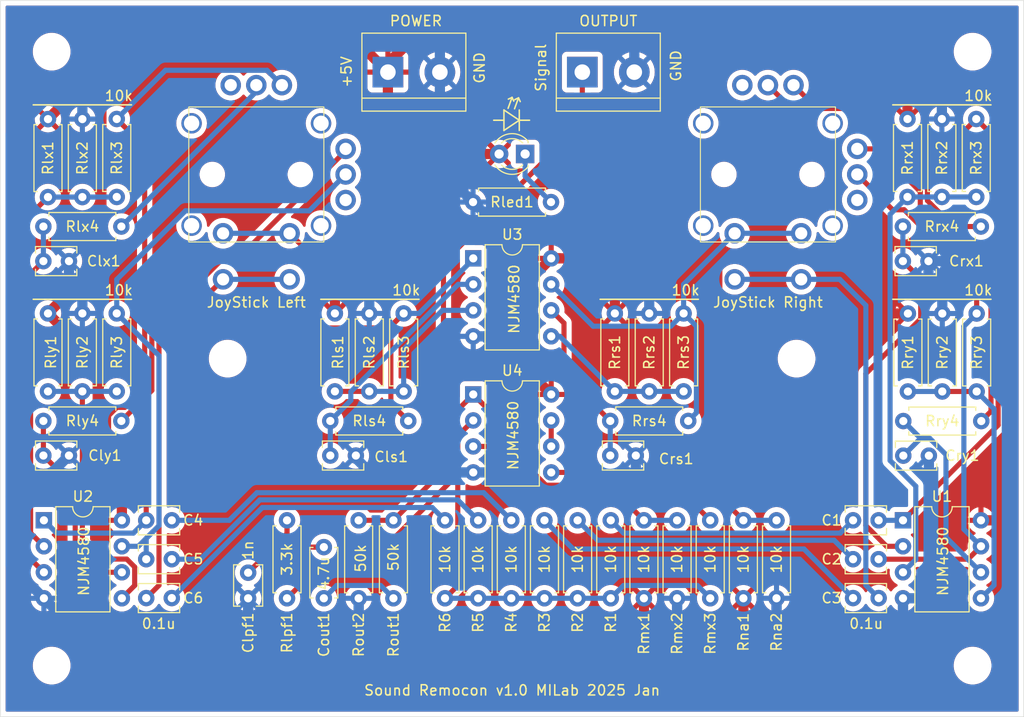
<source format=kicad_pcb>
(kicad_pcb (version 20240108) (generator "pcbnew") (generator_version "8.0")
  (layers (0 "F.Cu" signal) (31 "B.Cu" signal) (34 "B.Paste" user) (35 "F.Paste" user) (36 "B.SilkS" user "B.Silkscreen") (37 "F.SilkS" user "F.Silkscreen") (38 "B.Mask" user) (39 "F.Mask" user) (44 "Edge.Cuts" user))
  (net 0 "")
  (net 1 "GND")
  (net 2 "Net-(U3A--)")
  (net 3 "Net-(U2A--)")
  (net 4 "Net-(U2B--)")
  (net 5 "Net-(U3B--)")
  (net 6 "Net-(U1A--)")
  (net 7 "Net-(U1B--)")
  (net 8 "+5V")
  (net 9 "Output_r_sw_ac")
  (net 10 "Net-(JoyStick_left1-Rx2)")
  (net 11 "Output_l_sw_ac")
  (net 13 "Output_lx")
  (net 15 "Net-(U4A--)")
  (net 16 "Net-(JoyStick_left1-Ry3)")
  (net 17 "Output_ly")
  (net 18 "Net-(C1-Pad2)")
  (net 19 "Output_rx")
  (net 20 "Net-(JoyStick_right1-Rx2)")
  (net 22 "Net-(JoyStick_right1-Ry3)")
  (net 24 "Output_ry")
  (net 25 "Net-(U4B-+)")
  (net 26 "output")
  (net 27 "Net-(Rlpf1-Pad1)")
  (net 28 "Net-(C2-Pad2)")
  (net 29 "Net-(U3A-+)")
  (net 30 "Output_ls")
  (net 31 "Net-(U2A-+)")
  (net 32 "Net-(U2B-+)")
  (net 33 "Net-(U3B-+)")
  (net 34 "Output_rs")
  (net 35 "Net-(U1A-+)")
  (net 36 "Net-(U1B-+)")
  (net 37 "Net-(C3-Pad2)")
  (net 38 "Net-(C4-Pad2)")
  (net 39 "Net-(C5-Pad2)")
  (net 40 "Net-(C6-Pad2)")
  (net 41 "Net-(Cout1-Pad2)")
  (net 42 "Net-(U4A-+)")
  (net 43 "Net-(U4B--)")
  (net 44 "Net-(Clpf1-Pad1)")
  (net 45 "Net-(LED1-K)")
  (footprint "Resistor_THT:R_Axial_DIN0207_L6.3mm_D2.5mm_P7.62mm_Horizontal" (layer "F.Cu") (at 28 39.21 90)
    (property "Reference" "Rlx2")
    (property "Value" "10k")
  )
  (footprint "Capacitor_THT:C_Disc_D3.8mm_W2.6mm_P2.50mm" (layer "F.Cu") (at 79.59 64.47)
    (property "Reference" "Crs1")
    (property "Value" "C")
  )
  (footprint "Resistor_THT:R_Axial_DIN0207_L6.3mm_D2.5mm_P7.62mm_Horizontal" (layer "F.Cu") (at 73.8 39.7 180)
    (property "Reference" "Rled1")
    (property "Value" "R")
  )
  (footprint "Resistor_THT:R_Axial_DIN0207_L6.3mm_D2.5mm_P7.62mm_Horizontal" (layer "F.Cu") (at 115.36 39.2 90)
    (property "Reference" "Rrx3")
    (property "Value" "10k" (hide yes))
  )
  (footprint "Resistor_THT:R_Axial_DIN0207_L6.3mm_D2.5mm_P7.62mm_Horizontal" (layer "F.Cu") (at 55 70.8 -90)
    (property "Reference" "Rout2")
    (property "Value" "50k")
  )
  (footprint "Resistor_THT:R_Axial_DIN0207_L6.3mm_D2.5mm_P7.62mm_Horizontal" (layer "F.Cu") (at 115.4 58.21 90)
    (property "Reference" "Rry3")
    (property "Value" "10k" (hide yes))
  )
  (footprint "Resistor_THT:R_Axial_DIN0207_L6.3mm_D2.5mm_P7.62mm_Horizontal" (layer "F.Cu") (at 95.84 70.8 -90)
    (property "Reference" "Rna2")
    (property "Value" "10k")
  )
  (footprint "Capacitor_THT:C_Disc_D3.8mm_W2.6mm_P2.50mm" (layer "F.Cu") (at 105.82 70.8 180)
    (property "Reference" "C1")
    (property "Value" "0.1u")
  )
  (footprint "Resistor_THT:R_Axial_DIN0207_L6.3mm_D2.5mm_P7.62mm_Horizontal" (layer "F.Cu") (at 86.76 58.2 90)
    (property "Reference" "Rrs3")
    (property "Value" "10k" (hide yes))
  )
  (footprint "Resistor_THT:R_Axial_DIN0207_L6.3mm_D2.5mm_P7.62mm_Horizontal" (layer "F.Cu") (at 28 58.2 90)
    (property "Reference" "Rly2")
    (property "Value" "10k")
  )
  (footprint "Resistor_THT:R_Axial_DIN0207_L6.3mm_D2.5mm_P7.62mm_Horizontal" (layer "F.Cu") (at 108.64 31.58 -90)
    (property "Reference" "Rrx1")
    (property "Value" "10k")
  )
  (footprint "Capacitor_THT:C_Disc_D3.8mm_W2.6mm_P2.50mm" (layer "F.Cu") (at 108.23 64.48)
    (property "Reference" "Cry1")
    (property "Value" "C")
  )
  (footprint "Resistor_THT:R_Axial_DIN0207_L6.3mm_D2.5mm_P7.62mm_Horizontal" (layer "F.Cu") (at 83.4 58.2 90)
    (property "Reference" "Rrs2")
    (property "Value" "10k")
  )
  (footprint "MountingHole:MountingHole_3.2mm_M3" (layer "F.Cu") (at 115 25)
    (property "Reference" "REF**" (hide yes))
    (property "Value" "3.2mm_M3")
  )
  (footprint "Capacitor_THT:C_Disc_D3.8mm_W2.6mm_P2.50mm" (layer "F.Cu") (at 52.23 64.47)
    (property "Reference" "Cls1")
    (property "Value" "C")
  )
  (footprint "Resistor_THT:R_Axial_DIN0207_L6.3mm_D2.5mm_P7.62mm_Horizontal" (layer "F.Cu") (at 79.59 61.09)
    (property "Reference" "Rrs4")
    (property "Value" "~")
  )
  (footprint "Capacitor_THT:C_Disc_D3.8mm_W2.6mm_P2.50mm" (layer "F.Cu") (at 34.24 70.8)
    (property "Reference" "C4")
    (property "Value" "0.1u")
  )
  (footprint "Capacitor_THT:C_Disc_D3.8mm_W2.6mm_P2.50mm" (layer "F.Cu") (at 105.82 74.6 180)
    (property "Reference" "C2")
    (property "Value" "0.1u")
  )
  (footprint "Resistor_THT:R_Axial_DIN0207_L6.3mm_D2.5mm_P7.62mm_Horizontal" (layer "F.Cu") (at 24.64 50.58 -90)
    (property "Reference" "Rly1")
    (property "Value" "10k")
  )
  (footprint "Package_DIP:DIP-8_W7.62mm" (layer "F.Cu") (at 66.2 45.2)
    (property "Reference" "U3")
    (property "Value" "NJM4580")
  )
  (footprint "Resistor_THT:R_Axial_DIN0207_L6.3mm_D2.5mm_P7.62mm_Horizontal" (layer "F.Cu") (at 108.68 50.59 -90)
    (property "Reference" "Rry1")
    (property "Value" "10k")
  )
  (footprint "Package_DIP:DIP-8_W7.62mm" (layer "F.Cu") (at 66.2 58.5)
    (property "Reference" "U4")
    (property "Value" "NJM4580")
  )
  (footprint "Capacitor_THT:C_Disc_D3.8mm_W2.6mm_P2.50mm" (layer "F.Cu") (at 105.82 78.4 180)
    (property "Reference" "C3")
    (property "Value" "0.1u")
  )
  (footprint "Package_DIP:DIP-8_W7.62mm" (layer "F.Cu") (at 108.2 70.8)
    (property "Reference" "U1")
    (property "Value" "NJM4580")
  )
  (footprint "Resistor_THT:R_Axial_DIN0207_L6.3mm_D2.5mm_P7.62mm_Horizontal" (layer "F.Cu") (at 48 78.42 90)
    (property "Reference" "Rlpf1")
    (property "Value" "3.3k")
  )
  (footprint "MountingHole:MountingHole_3.2mm_M3" (layer "F.Cu") (at 42.2 55)
    (property "Reference" "REF**" (hide yes))
    (property "Value" "3.2mm_M3")
  )
  (footprint "Capacitor_THT:C_Disc_D3.8mm_W2.6mm_P2.50mm" (layer "F.Cu") (at 24.19 64.47)
    (property "Reference" "Cly1")
    (property "Value" "C")
  )
  (footprint "Resistor_THT:R_Axial_DIN0207_L6.3mm_D2.5mm_P7.62mm_Horizontal" (layer "F.Cu") (at 82.88 78.42 90)
    (property "Reference" "Rmx1")
    (property "Value" "10k")
  )
  (footprint "Resistor_THT:R_Axial_DIN0207_L6.3mm_D2.5mm_P7.62mm_Horizontal" (layer "F.Cu") (at 80.04 50.58 -90)
    (property "Reference" "Rrs1")
    (property "Value" "10k")
  )
  (footprint "MountingHole:MountingHole_3.2mm_M3" (layer "F.Cu") (at 25 25)
    (property "Reference" "REF**" (hide yes))
    (property "Value" "3.2mm_M3")
  )
  (footprint "Capacitor_THT:C_Disc_D3.8mm_W2.6mm_P2.50mm" (layer "F.Cu") (at 44.2 75.92 -90)
    (property "Reference" "Clpf1")
    (property "Value" "1n")
  )
  (footprint "MountingHole:MountingHole_3.2mm_M3" (layer "F.Cu") (at 97.8 55)
    (property "Reference" "REF**" (hide yes))
    (property "Value" "3.2mm_M3")
  )
  (footprint "Capacitor_THT:C_Disc_D3.8mm_W2.6mm_P2.50mm" (layer "F.Cu") (at 24.19 45.47)
    (property "Reference" "Clx1")
    (property "Value" "C")
  )
  (footprint "Capacitor_THT:C_Disc_D3.8mm_W2.6mm_P2.50mm" (layer "F.Cu") (at 34.24 78.4)
    (property "Reference" "C6")
    (property "Value" "0.1u")
  )
  (footprint "Resistor_THT:R_Axial_DIN0207_L6.3mm_D2.5mm_P7.62mm_Horizontal" (layer "F.Cu") (at 56.04 58.2 90)
    (property "Reference" "Rls2")
    (property "Value" "10k")
  )
  (footprint "Resistor_THT:R_Axial_DIN0207_L6.3mm_D2.5mm_P7.62mm_Horizontal" (layer "F.Cu") (at 24.19 42.09)
    (property "Reference" "Rlx4")
    (property "Value" "~")
  )
  (footprint "Resistor_THT:R_Axial_DIN0207_L6.3mm_D2.5mm_P7.62mm_Horizontal" (layer "F.Cu") (at 52.23 61.09)
    (property "Reference" "Rls4")
    (property "Value" "~")
  )
  (footprint "Resistor_THT:R_Axial_DIN0207_L6.3mm_D2.5mm_P7.62mm_Horizontal" (layer "F.Cu") (at 66.68 70.8 -90)
    (property "Reference" "R5")
    (property "Value" "10k")
  )
  (footprint "myjoystick:RKJXV122400R" (layer "F.Cu") (at 45 37)
    (property "Reference" "JoyStick Left")
    (property "Value" "RKJXV122400R")
  )
  (footprint "Resistor_THT:R_Axial_DIN0207_L6.3mm_D2.5mm_P7.62mm_Horizontal" (layer "F.Cu") (at 92.6 78.42 90)
    (property "Reference" "Rna1")
    (property "Value" "10k")
  )
  (footprint "TerminalBlock:TerminalBlock_bornier-2_P5.08mm" (layer "F.Cu") (at 76.86 27)
    (property "Reference" "J2" (hide yes))
    (property "Value" "OUTPUT")
  )
  (footprint "Resistor_THT:R_Axial_DIN0207_L6.3mm_D2.5mm_P7.62mm_Horizontal" (layer "F.Cu") (at 79.64 70.8 -90)
    (property "Reference" "R1")
    (property "Value" "10k")
  )
  (footprint "Resistor_THT:R_Axial_DIN0207_L6.3mm_D2.5mm_P7.62mm_Horizontal" (layer "F.Cu") (at 108.19 42.09)
    (property "Reference" "Rrx4")
    (property "Value" "~")
  )
  (footprint "Resistor_THT:R_Axial_DIN0207_L6.3mm_D2.5mm_P7.62mm_Horizontal" (layer "F.Cu") (at 58.4 78.42 90)
    (property "Reference" "Rout1")
    (property "Value" "50k")
  )
  (footprint "Resistor_THT:R_Axial_DIN0207_L6.3mm_D2.5mm_P7.62mm_Horizontal" (layer "F.Cu") (at 73.16 70.8 -90)
    (property "Reference" "R3")
    (property "Value" "10k")
  )
  (footprint "Resistor_THT:R_Axial_DIN0207_L6.3mm_D2.5mm_P7.62mm_Horizontal" (layer "F.Cu") (at 31.36 58.2 90)
    (property "Reference" "Rly3")
    (property "Value" "10k" (hide yes))
  )
  (footprint "Resistor_THT:R_Axial_DIN0207_L6.3mm_D2.5mm_P7.62mm_Horizontal" (layer "F.Cu") (at 63.44 70.8 -90)
    (property "Reference" "R6")
    (property "Value" "10k")
  )
  (footprint "Resistor_THT:R_Axial_DIN0207_L6.3mm_D2.5mm_P7.62mm_Horizontal" (layer "F.Cu") (at 108.23 61.1)
    (property "Reference" "Rry4")
    (property "Value" "~")
  )
  (footprint "Resistor_THT:R_Axial_DIN0207_L6.3mm_D2.5mm_P7.62mm_Horizontal" (layer "F.Cu") (at 89.36 70.8 -90)
    (property "Reference" "Rmx3")
    (property "Value" "10k")
  )
  (footprint "Package_DIP:DIP-8_W7.62mm" (layer "F.Cu") (at 24.24 70.8)
    (property "Reference" "U2")
    (property "Value" "NJM4580")
  )
  (footprint "TerminalBlock:TerminalBlock_bornier-2_P5.08mm" (layer "F.Cu") (at 57.86 27)
    (property "Reference" "J1" (hide yes))
    (property "Value" "POWER")
  )
  (footprint "MountingHole:MountingHole_3.2mm_M3" (layer "F.Cu") (at 25 85)
    (property "Reference" "REF**" (hide yes))
    (property "Value" "3.2mm_M3")
  )
  (footprint "Resistor_THT:R_Axial_DIN0207_L6.3mm_D2.5mm_P7.62mm_Horizontal" (layer "F.Cu") (at 112 39.2 90)
    (property "Reference" "Rrx2")
    (property "Value" "10k")
  )
  (footprint "Capacitor_THT:C_Disc_D3.8mm_W2.6mm_P2.50mm" (layer "F.Cu") (at 108.19 45.47)
    (property "Reference" "Crx1")
    (property "Value" "C")
  )
  (footprint "Resistor_THT:R_Axial_DIN0207_L6.3mm_D2.5mm_P7.62mm_Horizontal" (layer "F.Cu") (at 31.36 39.2 90)
    (property "Reference" "Rlx3")
    (property "Value" "10k" (hide yes))
  )
  (footprint "myjoystick:RKJXV122400R" (layer "F.Cu") (at 95 37)
    (property "Reference" "JoyStick Right")
    (property "Value" "RKJXV122400R")
  )
  (footprint "Capacitor_THT:C_Disc_D3.8mm_W2.6mm_P2.50mm" (layer "F.Cu") (at 34.24 74.6)
    (property "Reference" "C5")
    (property "Value" "0.1u")
  )
  (footprint "MountingHole:MountingHole_3.2mm_M3" (layer "F.Cu") (at 115 85)
    (property "Reference" "REF**" (hide yes))
    (property "Value" "3.2mm_M3")
  )
  (footprint "Resistor_THT:R_Axial_DIN0207_L6.3mm_D2.5mm_P7.62mm_Horizontal" (layer "F.Cu") (at 86.12 70.8 -90)
    (property "Reference" "Rmx2")
    (property "Value" "10k")
  )
  (footprint "LED_THT:LED_D3.0mm" (layer "F.Cu") (at 71.27 35 180)
    (property "Reference" "LED1" (hide yes))
    (property "Value" "LED")
  )
  (footprint "Resistor_THT:R_Axial_DIN0207_L6.3mm_D2.5mm_P7.62mm_Horizontal" (layer "F.Cu") (at 76.4 70.8 -90)
    (property "Reference" "R2")
    (property "Value" "10k")
  )
  (footprint "Resistor_THT:R_Axial_DIN0207_L6.3mm_D2.5mm_P7.62mm_Horizontal" (layer "F.Cu") (at 24.19 61.09)
    (property "Reference" "Rly4")
    (property "Value" "~")
  )
  (footprint "Resistor_THT:R_Axial_DIN0207_L6.3mm_D2.5mm_P7.62mm_Horizontal" (layer "F.Cu") (at 24.64 31.59 -90)
    (property "Reference" "Rlx1")
    (property "Value" "10k")
  )
  (footprint "Resistor_THT:R_Axial_DIN0207_L6.3mm_D2.5mm_P7.62mm_Horizontal" (layer "F.Cu") (at 59.4 58.2 90)
    (property "Reference" "Rls3")
    (property "Value" "10k" (hide yes))
  )
  (footprint "Resistor_THT:R_Axial_DIN0207_L6.3mm_D2.5mm_P7.62mm_Horizontal" (layer "F.Cu") (at 69.92 70.8 -90)
    (property "Reference" "R4")
    (property "Value" "10k")
  )
  (footprint "Capacitor_THT:C_Disc_D4.7mm_W2.5mm_P5.00mm" (layer "F.Cu") (at 51.6 73.42 -90)
    (property "Reference" "Cout1")
    (property "Value" "4.7u")
  )
  (footprint "Resistor_THT:R_Axial_DIN0207_L6.3mm_D2.5mm_P7.62mm_Horizontal" (layer "F.Cu") (at 52.68 50.58 -90)
    (property "Reference" "Rls1")
    (property "Value" "10k")
  )
  (footprint "Resistor_THT:R_Axial_DIN0207_L6.3mm_D2.5mm_P7.62mm_Horizontal" (layer "F.Cu") (at 112.04 58.21 90)
    (property "Reference" "Rry2")
    (property "Value" "10k")
  )
  (gr_line (start 51.3 49.2) (end 60.9 49.2) (stroke (width 0.15)) (layer "F.SilkS"))
  (gr_line (start 70.261906 29.683941) (end 70.624429 29.514894) (stroke (width 0.15)) (layer "F.SilkS"))
  (gr_line (start 69.2 31.7) (end 68.2 31.7) (stroke (width 0.15)) (layer "F.SilkS"))
  (gr_line (start 107.2 49.2) (end 116.8 49.2) (stroke (width 0.15)) (layer "F.SilkS"))
  (gr_line (start 70.7 30.7) (end 70.7 32.7) (stroke (width 0.15)) (layer "F.SilkS"))
  (gr_line (start 69.993476 29.468429) (end 70.162523 29.830953) (stroke (width 0.15)) (layer "F.SilkS"))
  (gr_line (start 70.237477 30.578035) (end 70.624429 29.514894) (stroke (width 0.15)) (layer "F.SilkS"))
  (gr_line (start 70.624429 29.514894) (end 70.793476 29.877418) (stroke (width 0.15)) (layer "F.SilkS"))
  (gr_line (start 107.2 30.2) (end 116.8 30.2) (stroke (width 0.15)) (layer "F.SilkS"))
  (gr_line (start 78.6 49.2) (end 88.2 49.2) (stroke (width 0.15)) (layer "F.SilkS"))
  (gr_line (start 69.630953 29.637476) (end 69.993476 29.468429) (stroke (width 0.15)) (layer "F.SilkS"))
  (gr_line (start 23.2 49.2) (end 32.8 49.2) (stroke (width 0.15)) (layer "F.SilkS"))
  (gr_line (start 70.7 31.7) (end 69.2 30.7) (stroke (width 0.15)) (layer "F.SilkS"))
  (gr_line (start 70.7 31.7) (end 71.7 31.7) (stroke (width 0.15)) (layer "F.SilkS"))
  (gr_line (start 69.2 32.7) (end 70.7 31.7) (stroke (width 0.15)) (layer "F.SilkS"))
  (gr_line (start 23.2 30.2) (end 32.8 30.2) (stroke (width 0.15)) (layer "F.SilkS"))
  (gr_line (start 69.2 30.7) (end 69.2 32.7) (stroke (width 0.15)) (layer "F.SilkS"))
  (gr_line (start 69.606524 30.53157) (end 69.993476 29.468429) (stroke (width 0.15)) (layer "F.SilkS"))
  (gr_rect (start 20 20) (end 120 90) (stroke (width 0.05)) (fill none) (layer "Edge.Cuts"))
  (gr_text "Sound Remocon v1.0 MILab 2025 Jan" (at 70 88 0) (layer "F.SilkS") (effects (font (size 1 1)) (justify bottom)))
  (gr_text "GND" (at 67.4 28.2 90) (layer "F.SilkS") (effects (font (size 1 1)) (justify left bottom)))
  (gr_text "10k" (at 30.1 29.9 0) (layer "F.SilkS") (effects (font (size 1 1)) (justify left bottom)))
  (gr_text "10k" (at 58.2 48.9 0) (layer "F.SilkS") (effects (font (size 1 1)) (justify left bottom)))
  (gr_text "10k" (at 30.1 48.9 0) (layer "F.SilkS") (effects (font (size 1 1)) (justify left bottom)))
  (gr_text "Signal" (at 73.4 29 90) (layer "F.SilkS") (effects (font (size 1 1)) (justify left bottom)))
  (gr_text "+5V" (at 54.4 28.6 90) (layer "F.SilkS") (effects (font (size 1 1)) (justify left bottom)))
  (gr_text "GND" (at 86.6 28 90) (layer "F.SilkS") (effects (font (size 1 1)) (justify left bottom)))
  (gr_text "10k" (at 114.1 48.9 0) (layer "F.SilkS") (effects (font (size 1 1)) (justify left bottom)))
  (gr_text "10k" (at 114.1 29.9 0) (layer "F.SilkS") (effects (font (size 1 1)) (justify left bottom)))
  (gr_text "10k" (at 85.5 48.9 0) (layer "F.SilkS") (effects (font (size 1 1)) (justify left bottom)))
  (segment (start 44.2 78.42) (end 44.2 86.8) (width 1) (layer "B.Cu") (net 1))
  (segment (start 44.2 78.42) (end 44.2 81.2) (width 1) (layer "B.Cu") (net 1))
  (segment (start 110.73 64.48) (end 110.73 77.27) (width 1) (layer "B.Cu") (net 1))
  (segment (start 22.31 47.69) (end 21 49) (width 1) (layer "B.Cu") (net 1))
  (segment (start 86.12 82.12) (end 86.12 78.42) (width 1) (layer "B.Cu") (net 1))
  (segment (start 26.69 45.47) (end 26.69 47.69) (width 1) (layer "B.Cu") (net 1))
  (segment (start 110.73 77.27) (end 109.58 78.42) (width 1) (layer "B.Cu") (net 1))
  (segment (start 68.38 66.12) (end 69.5 65) (width 1) (layer "B.Cu") (net 1))
  (segment (start 62.94 23.06) (end 64 22) (width 1) (layer "B.Cu") (net 1))
  (segment (start 30 24.5) (end 32.5 22) (width 1) (layer "B.Cu") (net 1))
  (segment (start 86.12 86.92) (end 86.2 87) (width 1) (layer "B.Cu") (net 1))
  (segment (start 62.94 27) (end 62.94 23.06) (width 1) (layer "B.Cu") (net 1))
  (segment (start 21 49.6) (end 21 60.2) (width 1) (layer "B.Cu") (net 1))
  (segment (start 32.82 87) (end 27.71 81.89) (width 1) (layer "B.Cu") (net 1))
  (segment (start 80.5 22) (end 81.94 23.44) (width 1) (layer "B.Cu") (net 1))
  (segment (start 115 29.5) (end 113.25 29.5) (width 1) (layer "B.Cu") (net 1))
  (segment (start 24.24 78.42) (end 21 75.18) (width 1) (layer "B.Cu") (net 1))
  (segment (start 21 75.18) (end 21 68.4) (width 1) (layer "B.Cu") (net 1))
  (segment (start 110.69 47.69) (end 112.04 49.04) (width 1) (layer "B.Cu") (net 1))
  (segment (start 117.5 29.5) (end 118 30) (width 1) (layer "B.Cu") (net 1))
  (segment (start 69.5 65) (end 69.5 55.6) (width 1) (layer "B.Cu") (net 1))
  (segment (start 108.2 80.8) (end 108.2 78.42) (width 1) (layer "B.Cu") (net 1))
  (segment (start 81 68) (end 82.09 66.91) (width 1) (layer "B.Cu") (net 1))
  (segment (start 113.25 29.5) (end 111.075 27.325) (width 1) (layer "B.Cu") (net 1))
  (segment (start 54.73 64.73) (end 54.73 64.47) (width 1) (layer "B.Cu") (net 1))
  (segment (start 69.52 43) (end 69.5 43.02) (width 1) (layer "B.Cu") (net 1))
  (segment (start 55 78.42) (end 55 81) (width 1) (layer "B.Cu") (net 1))
  (segment (start 66.18 39.7) (end 63 36.52) (width 1) (layer "B.Cu") (net 1))
  (segment (start 95.84 78.42) (end 95.84 86.96) (width 1) (layer "B.Cu") (net 1))
  (segment (start 24.24 78.42) (end 27.71 81.89) (width 1) (layer "B.Cu") (net 1))
  (segment (start 63 34.5) (end 62.94 34.44) (width 1) (layer "B.Cu") (net 1))
  (segment (start 82.09 66.91) (end 82.09 64.47) (width 1) (layer "B.Cu") (net 1))
  (segment (start 116.53 45.47) (end 110.69 45.47) (width 1) (layer "B.Cu") (net 1))
  (segment (start 68.38 66.12) (end 68.62 66.12) (width 1) (layer "B.Cu") (net 1))
  (segment (start 26.69 47.69) (end 22.31 47.69) (width 1) (layer "B.Cu") (net 1))
  (segment (start 66.2 66.12) (end 56.12 66.12) (width 1) (layer "B.Cu") (net 1))
  (segment (start 68.62 66.12) (end 70.5 68) (width 1) (layer "B.Cu") (net 1))
  (segment (start 109.58 78.42) (end 108.2 78.42) (width 1) (layer "B.Cu") (net 1))
  (segment (start 115 29.5) (end 117.5 29.5) (width 1) (layer "B.Cu") (net 1))
  (segment (start 107.4 87) (end 95.8 87) (width 1) (layer "B.Cu") (net 1))
  (segment (start 95.84 86.96) (end 95.8 87) (width 1) (layer "B.Cu") (net 1))
  (segment (start 27.71 81.89) (end 29.82 84) (width 1) (layer "B.Cu") (net 1))
  (segment (start 56.04 50.58) (end 56.04 43.48) (width 1) (layer "B.Cu") (net 1))
  (segment (start 108.2 78.42) (end 108.2 86.2) (width 1) (layer "B.Cu") (net 1))
  (segment (start 112 28.25) (end 112 31.58) (width 1) (layer "B.Cu") (net 1))
  (segment (start 83.4 45.8) (end 80.6 43) (width 1) (layer "B.Cu") (net 1))
  (segment (start 81.94 23.44) (end 81.94 27) (width 1) (layer "B.Cu") (net 1))
  (segment (start 66.2 66.12) (end 68.38 66.12) (width 1) (layer "B.Cu") (net 1))
  (segment (start 118 30) (end 118 44) (width 1) (layer "B.Cu") (net 1))
  (segment (start 21 33.108679) (end 21 49.6) (width 1) (layer "B.Cu") (net 1))
  (segment (start 114 29.5) (end 115 29.5) (width 1) (layer "B.Cu") (net 1))
  (segment (start 69.5 43.02) (end 69.5 55.6) (width 1) (layer "B.Cu") (net 1))
  (segment (start 112.04 49.04) (end 112.04 50.59) (width 1) (layer "B.Cu") (net 1))
  (segment (start 80.75 22.25) (end 106 22.25) (width 1) (layer "B.Cu") (net 1))
  (segment (start 69.5 55.6) (end 69.5 55) (width 1) (layer "B.Cu") (net 1))
  (segment (start 44.2 86.8) (end 44 87) (width 1) (layer "B.Cu") (net 1))
  (segment (start 55 87) (end 44 87) (width 1) (layer "B.Cu") (net 1))
  (segment (start 62.94 34.44) (end 62.94 27) (width 1) (layer "B.Cu") (net 1))
  (segment (start 24.508679 29.6) (end 21 33.108679) (width 1) (layer "B.Cu") (net 1))
  (segment (start 63 36.52) (end 63 34.5) (width 1) (layer "B.Cu") (net 1))
  (segment (start 70.5 68) (end 81 68) (width 1) (layer "B.Cu") (net 1))
  (segment (start 32.5 22) (end 64 22) (width 1) (layer "B.Cu") (net 1))
  (segment (start 118 44) (end 116.53 45.47) (width 1) (layer "B.Cu") (net 1))
  (segment (start 66.18 39.7) (end 69.5 43.02) (width 1) (layer "B.Cu") (net 1))
  (segment (start 86.12 78.42) (end 86.12 86.92) (width 1) (layer "B.Cu") (net 1))
  (segment (start 28 28) (end 30 26) (width 1) (layer "B.Cu") (net 1))
  (segment (start 69.5 55) (end 67.32 52.82) (width 1) (layer "B.Cu") (net 1))
  (segment (start 95.8 87) (end 86.2 87) (width 1) (layer "B.Cu") (net 1))
  (segment (start 56.12 66.12) (end 54.73 64.73) (width 1) (layer "B.Cu") (net 1))
  (segment (start 26.69 47.69) (end 28 49) (width 1) (layer "B.Cu") (net 1))
  (segment (start 64 22) (end 80.5 22) (width 1) (layer "B.Cu") (net 1))
  (segment (start 80.6 43) (end 69.52 43) (width 1) (layer "B.Cu") (net 1))
  (segment (start 111.075 27.325) (end 112 28.25) (width 1) (layer "B.Cu") (net 1))
  (segment (start 67.32 52.82) (end 66.2 52.82) (width 1) (layer "B.Cu") (net 1))
  (segment (start 44 87) (end 32.82 87) (width 1) (layer "B.Cu") (net 1))
  (segment (start 83.4 50.58) (end 83.4 45.8) (width 1) (layer "B.Cu") (net 1))
  (segment (start 21 49) (end 21 49.6) (width 1) (layer "B.Cu") (net 1))
  (segment (start 55 78.42) (end 55 87) (width 1) (layer "B.Cu") (net 1))
  (segment (start 80.5 22) (end 80.75 22.25) (width 1) (layer "B.Cu") (net 1))
  (segment (start 21 60.2) (end 21 68.4) (width 1) (layer "B.Cu") (net 1))
  (segment (start 26.69 64.47) (end 23.96 67.2) (width 1) (layer "B.Cu") (net 1))
  (segment (start 28 49) (end 28 50.58) (width 1) (layer "B.Cu") (net 1))
  (segment (start 28 31.59) (end 28 28) (width 1) (layer "B.Cu") (net 1))
  (segment (start 110.69 45.47) (end 110.69 47.69) (width 1) (layer "B.Cu") (net 1))
  (segment (start 30 26) (end 30 24.5) (width 1) (layer "B.Cu") (net 1))
  (segment (start 106 22.25) (end 111.075 27.325) (width 1) (layer "B.Cu") (net 1))
  (segment (start 86.2 87) (end 55 87) (width 1) (layer "B.Cu") (net 1))
  (segment (start 26.4 29.6) (end 24.508679 29.6) (width 1) (layer "B.Cu") (net 1))
  (segment (start 28 28) (end 26.4 29.6) (width 1) (layer "B.Cu") (net 1))
  (segment (start 56.04 43.48) (end 63 36.52) (width 1) (layer "B.Cu") (net 1))
  (segment (start 108.2 86.2) (end 107.4 87) (width 1) (layer "B.Cu") (net 1))
  (segment (start 95.84 78.42) (end 95.84 82.16) (width 1) (layer "B.Cu") (net 1))
  (segment (start 23.96 67.2) (end 21.5 67.2) (width 1) (layer "B.Cu") (net 1))
  (segment (start 54.236116 58.236116) (end 64.732233 47.74) (width 0.5) (layer "B.Cu") (net 2))
  (segment (start 54.236116 59.083884) (end 54.236116 58.236116) (width 0.5) (layer "B.Cu") (net 2))
  (segment (start 52.23 61.09) (end 54.236116 59.083884) (width 0.5) (layer "B.Cu") (net 2))
  (segment (start 52.23 61.09) (end 52.23 64.47) (width 0.5) (layer "B.Cu") (net 2))
  (segment (start 64.732233 47.74) (end 66.2 47.74) (width 0.5) (layer "B.Cu") (net 2))
  (segment (start 24.24 73.34) (end 22.94 72.04) (width 0.5) (layer "F.Cu") (net 3))
  (segment (start 22.94 46.72) (end 24.19 45.47) (width 0.5) (layer "F.Cu") (net 3))
  (segment (start 22.94 72.04) (end 22.94 46.72) (width 0.5) (layer "F.Cu") (net 3))
  (segment (start 24.19 42.09) (end 24.19 45.47) (width 0.5) (layer "B.Cu") (net 3))
  (segment (start 27.3 73.28995) (end 27.3 67.7) (width 0.5) (layer "F.Cu") (net 4))
  (segment (start 27.3 67.7) (end 27.2 67.6) (width 0.5) (layer "F.Cu") (net 4))
  (segment (start 31.86 75.88) (end 29.89005 75.88) (width 0.5) (layer "F.Cu") (net 4))
  (segment (start 27.2 67.48) (end 24.19 64.47) (width 0.5) (layer "F.Cu") (net 4))
  (segment (start 24.19 61.09) (end 24.19 64.47) (width 0.5) (layer "F.Cu") (net 4))
  (segment (start 29.89005 75.88) (end 27.3 73.28995) (width 0.5) (layer "F.Cu") (net 4))
  (segment (start 27.2 67.6) (end 27.2 67.48) (width 0.5) (layer "F.Cu") (net 4))
  (segment (start 75.07 51.53) (end 75.07 56.57) (width 0.5) (layer "F.Cu") (net 5))
  (segment (start 75.07 56.57) (end 79.59 61.09) (width 0.5) (layer "F.Cu") (net 5))
  (segment (start 73.82 50.28) (end 75.07 51.53) (width 0.5) (layer "F.Cu") (net 5))
  (segment (start 79.59 61.09) (end 79.59 64.47) (width 0.5) (layer "B.Cu") (net 5))
  (segment (start 108.2 73.34) (end 106.592233 73.34) (width 0.5) (layer "F.Cu") (net 6))
  (segment (start 104.57 71.317767) (end 104.57 56.467767) (width 0.5) (layer "F.Cu") (net 6))
  (segment (start 109.93 51.107767) (end 109.93 47.21) (width 0.5) (layer "F.Cu") (net 6))
  (segment (start 104.57 56.467767) (end 109.93 51.107767) (width 0.5) (layer "F.Cu") (net 6))
  (segment (start 106.592233 73.34) (end 104.57 71.317767) (width 0.5) (layer "F.Cu") (net 6))
  (segment (start 109.93 47.21) (end 108.19 45.47) (width 0.5) (layer "F.Cu") (net 6))
  (segment (start 108.19 42.09) (end 108.19 45.47) (width 0.5) (layer "B.Cu") (net 6))
  (segment (start 109.918884 62.791116) (end 110.808884 62.791116) (width 0.5) (layer "B.Cu") (net 7))
  (segment (start 109.921116 62.791116) (end 110.808884 62.791116) (width 0.5) (layer "B.Cu") (net 7))
  (segment (start 108.23 61.1) (end 109.921116 62.791116) (width 0.5) (layer "B.Cu") (net 7))
  (segment (start 111.008884 62.991116) (end 112.4 64.382233) (width 0.5) (layer "B.Cu") (net 7))
  (segment (start 108.23 64.48) (end 109.918884 62.791116) (width 0.5) (layer "B.Cu") (net 7))
  (segment (start 110.808884 62.791116) (end 111.008884 62.991116) (width 0.5) (layer "B.Cu") (net 7))
  (segment (start 112.4 72.46) (end 115.82 75.88) (width 0.5) (layer "B.Cu") (net 7))
  (segment (start 112.4 64.382233) (end 112.4 72.46) (width 0.5) (layer "B.Cu") (net 7))
  (segment (start 99.8 85.5) (end 91.5 85.5) (width 1) (layer "F.Cu") (net 8))
  (segment (start 105 23.2) (end 108.64 26.84) (width 1) (layer "F.Cu") (net 8))
  (segment (start 57.86 26.14) (end 60.8 23.2) (width 1) (layer "F.Cu") (net 8))
  (segment (start 91.5 85.5) (end 92.6 84.4) (width 1) (layer "F.Cu") (net 8))
  (segment (start 89.3 45.55) (end 90.05 46.3) (width 1) (layer "F.Cu") (net 8))
  (segment (start 60 35) (end 68.73 35) (width 1) (layer "F.Cu") (net 8))
  (segment (start 78.08 45.2) (end 73.82 45.2) (width 1) (layer "F.Cu") (net 8))
  (segment (start 117 81) (end 113 81) (width 1) (layer "F.Cu") (net 8))
  (segment (start 30.608249 63.391751) (end 29.5 62.283502) (width 1) (layer "F.Cu") (net 8))
  (segment (start 28.19 47.03) (end 24.64 50.58) (width 1) (layer "F.Cu") (net 8))
  (segment (start 85 45.55) (end 89.3 45.55) (width 1) (layer "F.Cu") (net 8))
  (segment (start 52.68 47.32) (end 59.6 40.4) (width 1) (layer "F.Cu") (net 8))
  (segment (start 52.68 50.58) (end 52.68 47.32) (width 1) (layer "F.Cu") (net 8))
  (segment (start 60.8 23.2) (end 85 23.2) (width 1) (layer "F.Cu") (net 8))
  (segment (start 99.8 70.2) (end 90.05 60.45) (width 1) (layer "F.Cu") (net 8))
  (segment (start 57.86 27) (end 57.86 32.86) (width 1) (layer "F.Cu") (net 8))
  (segment (start 55.36 24.5) (end 57.86 27) (width 1) (layer "F.Cu") (net 8))
  (segment (start 29.86 45.36) (end 29.86 26.37) (width 1) (layer "F.Cu") (net 8))
  (segment (start 57.86 32.86) (end 59.6 34.6) (width 1) (layer "F.Cu") (net 8))
  (segment (start 113 81) (end 108.5 85.5) (width 1) (layer "F.Cu") (net 8))
  (segment (start 30.608249 63.391751) (end 30.166497 62.95) (width 1) (layer "F.Cu") (net 8))
  (segment (start 80.04 47.16) (end 81.65 45.55) (width 1) (layer "F.Cu") (net 8))
  (segment (start 30.215 26.015) (end 31.73 24.5) (width 1) (layer "F.Cu") (net 8))
  (segment (start 92.6 84.4) (end 92.6 78.42) (width 1) (layer "F.Cu") (net 8))
  (segment (start 71.8 56.48) (end 73.16 57.84) (width 1) (layer "F.Cu") (net 8))
  (segment (start 90.05 60.45) (end 90.05 50.6) (width 1) (layer "F.Cu") (net 8))
  (segment (start 90.05 50.6) (end 90.05 46.3) (width 1) (layer "F.Cu") (net 8))
  (segment (start 80.04 47.16) (end 78.08 45.2) (width 1) (layer "F.Cu") (net 8))
  (segment (start 24.64 31.59) (end 30.215 26.015) (width 1) (layer "F.Cu") (net 8))
  (segment (start 108.68 50.59) (end 90.06 50.59) (width 1) (layer "F.Cu") (net 8))
  (segment (start 80.04 50.58) (end 80.04 47.16) (width 1) (layer "F.Cu") (net 8))
  (segment (start 90.06 50.59) (end 90.05 50.6) (width 1) (layer "F.Cu") (net 8))
  (segment (start 29.86 26.37) (end 30.215 26.015) (width 1) (layer "F.Cu") (net 8))
  (segment (start 31.86 64.643502) (end 30.608249 63.391751) (width 1) (layer "F.Cu") (net 8))
  (segment (start 85 23.2) (end 105 23.2) (width 1) (layer "F.Cu") (net 8))
  (segment (start 71.8 47.22) (end 71.8 56.48) (width 1) (layer "F.Cu") (net 8))
  (segment (start 82.88 83.88) (end 84.5 85.5) (width 1) (layer "F.Cu") (net 8))
  (segment (start 99.8 85.5) (end 99.8 70.2) (width 1) (layer "F.Cu") (net 8))
  (segment (start 29.5 55.44) (end 24.64 50.58) (width 1) (layer "F.Cu") (net 8))
  (segment (start 118.5 79.5) (end 117 81) (width 1) (layer "F.Cu") (net 8))
  (segment (start 73.82 58.5) (end 73.16 57.84) (width 1) (layer "F.Cu") (net 8))
  (segment (start 57.86 27) (end 57.86 26.14) (width 1) (layer "F.Cu") (net 8))
  (segment (start 59.6 40.4) (end 59.6 34.6) (width 1) (layer "F.Cu") (net 8))
  (segment (start 81.65 45.55) (end 85 45.55) (width 1) (layer "F.Cu") (net 8))
  (segment (start 82.88 78.42) (end 82.88 83.88) (width 1) (layer "F.Cu") (net 8))
  (segment (start 85 23.2) (end 85 45.55) (width 1) (layer "F.Cu") (net 8))
  (segment (start 59.6 34.6) (end 60 35) (width 1) (layer "F.Cu") (net 8))
  (segment (start 117.8 70.8) (end 118.5 71.5) (width 1) (layer "F.Cu") (net 8))
  (segment (start 115.82 70.8) (end 117.8 70.8) (width 1) (layer "F.Cu") (net 8))
  (segment (start 31.86 70.8) (end 31.86 64.643502) (width 1) (layer "F.Cu") (net 8))
  (segment (start 84.5 85.5) (end 91.5 85.5) (width 1) (layer "F.Cu") (net 8))
  (segment (start 108.64 26.84) (end 108.64 31.58) (width 1) (layer "F.Cu") (net 8))
  (segment (start 118.5 71.5) (end 118.5 79.5) (width 1) (layer "F.Cu") (net 8))
  (segment (start 73.82 45.2) (end 71.8 47.22) (width 1) (layer "F.Cu") (net 8))
  (segment (start 73.82 45.2) (end 74.66 45.2) (width 1) (layer "F.Cu") (net 8))
  (segment (start 28.19 47.03) (end 29.86 45.36) (width 1) (layer "F.Cu") (net 8))
  (segment (start 31.73 24.5) (end 55.36 24.5) (width 1) (layer "F.Cu") (net 8))
  (segment (start 108.5 85.5) (end 99.8 85.5) (width 1) (layer "F.Cu") (net 8))
  (segment (start 29.5 62.283502) (end 29.5 55.44) (width 1) (layer "F.Cu") (net 8))
  (segment (start 88.01 51.83) (end 88.01 60.29) (width 0.5) (layer "B.Cu") (net 9))
  (segment (start 86.76 47.74) (end 86.76 50.58) (width 0.5) (layer "B.Cu") (net 9))
  (segment (start 77.91 51.83) (end 85.51 51.83) (width 0.5) (layer "B.Cu") (net 9))
  (segment (start 73.82 47.74) (end 77.91 51.83) (width 0.5) (layer "B.Cu") (net 9))
  (segment (start 91.75 42.75) (end 86.76 47.74) (width 0.5) (layer "B.Cu") (net 9))
  (segment (start 88.01 60.29) (end 87.21 61.09) (width 0.5) (layer "B.Cu") (net 9))
  (segment (start 91.75 42.75) (end 98.25 42.75) (width 0.5) (layer "B.Cu") (net 9))
  (segment (start 86.76 50.58) (end 88.01 51.83) (width 0.5) (layer "B.Cu") (net 9))
  (segment (start 85.51 51.83) (end 86.76 50.58) (width 0.5) (layer "B.Cu") (net 9))
  (segment (start 31.81 42.09) (end 45 28.9) (width 0.5) (layer "B.Cu") (net 10))
  (segment (start 45 28.9) (end 45 28.27) (width 0.5) (layer "B.Cu") (net 10))
  (segment (start 57.4 52) (end 57.98 52) (width 0.5) (layer "F.Cu") (net 11))
  (segment (start 50.4 51) (end 51.4 52) (width 0.5) (layer "F.Cu") (net 11))
  (segment (start 48.25 42.75) (end 50.4 44.9) (width 0.5) (layer "F.Cu") (net 11))
  (segment (start 58.15 51.83) (end 59.4 50.58) (width 0.5) (layer "F.Cu") (net 11))
  (segment (start 50.4 44.9) (end 50.4 51) (width 0.5) (layer "F.Cu") (net 11))
  (segment (start 51.4 52) (end 57.4 52) (width 0.5) (layer "F.Cu") (net 11))
  (segment (start 59.85 61.09) (end 58.15 59.39) (width 0.5) (layer "F.Cu") (net 11))
  (segment (start 57.98 52) (end 59.4 50.58) (width 0.5) (layer "F.Cu") (net 11))
  (segment (start 58.15 59.39) (end 58.15 51.83) (width 0.5) (layer "F.Cu") (net 11))
  (segment (start 66.2 45.282283) (end 66.2 45.2) (width 0.5) (layer "B.Cu") (net 11))
  (segment (start 60.902283 50.58) (end 66.2 45.282283) (width 0.5) (layer "B.Cu") (net 11))
  (segment (start 41.75 42.75) (end 48.25 42.75) (width 0.5) (layer "B.Cu") (net 11))
  (segment (start 59.4 50.58) (end 60.902283 50.58) (width 0.5) (layer "B.Cu") (net 11))
  (segment (start 34.09 34.31) (end 34.09 57.82005) (width 0.5) (layer "F.Cu") (net 13))
  (segment (start 30.56 60.572233) (end 30.56 62) (width 0.5) (layer "F.Cu") (net 13))
  (segment (start 32.143934 59.766116) (end 31.366116 59.766116) (width 0.5) (layer "F.Cu") (net 13))
  (segment (start 34.09 57.82005) (end 32.143934 59.766116) (width 0.5) (layer "F.Cu") (net 13))
  (segment (start 31.366116 59.766116) (end 30.56 60.572233) (width 0.5) (layer "F.Cu") (net 13))
  (segment (start 34.24 65.68) (end 34.24 70.8) (width 0.5) (layer "F.Cu") (net 13))
  (segment (start 30.56 62) (end 34.24 65.68) (width 0.5) (layer "F.Cu") (net 13))
  (segment (start 31.36 31.58) (end 34.09 34.31) (width 0.5) (layer "F.Cu") (net 13))
  (segment (start 32.99 72.05) (end 34.24 70.8) (width 0.5) (layer "B.Cu") (net 13))
  (segment (start 31.36 31.58) (end 36.12 26.82) (width 0.5) (layer "B.Cu") (net 13))
  (segment (start 25.49 72.05) (end 32.99 72.05) (width 0.5) (layer "B.Cu") (net 13))
  (segment (start 24.24 70.8) (end 25.49 72.05) (width 0.5) (layer "B.Cu") (net 13))
  (segment (start 36.12 26.82) (end 46.05 26.82) (width 0.5) (layer "B.Cu") (net 13))
  (segment (start 46.05 26.82) (end 47.5 28.27) (width 0.5) (layer "B.Cu") (net 13))
  (segment (start 64.69 62.55) (end 64.69 77.17) (width 0.5) (layer "F.Cu") (net 15))
  (segment (start 64.69 77.17) (end 63.44 78.42) (width 0.5) (layer "F.Cu") (net 15))
  (segment (start 66.2 61.04) (end 64.69 62.55) (width 0.5) (layer "F.Cu") (net 15))
  (segment (start 69.92 78.42) (end 73.16 78.42) (width 0.5) (layer "B.Cu") (net 15))
  (segment (start 73.16 78.42) (end 76.4 78.42) (width 0.5) (layer "B.Cu") (net 15))
  (segment (start 63.44 78.42) (end 66.68 78.42) (width 0.5) (layer "B.Cu") (net 15))
  (segment (start 76.4 78.42) (end 79.64 78.42) (width 0.5) (layer "B.Cu") (net 15))
  (segment (start 80.89 77.17) (end 88.11 77.17) (width 0.5) (layer "B.Cu") (net 15))
  (segment (start 66.68 78.42) (end 69.92 78.42) (width 0.5) (layer "B.Cu") (net 15))
  (segment (start 88.11 77.17) (end 89.36 78.42) (width 0.5) (layer "B.Cu") (net 15))
  (segment (start 79.64 78.42) (end 80.89 77.17) (width 0.5) (layer "B.Cu") (net 15))
  (segment (start 43.2 45.22132) (end 53.73 34.69132) (width 0.5) (layer "F.Cu") (net 16))
  (segment (start 41.72807 45.22132) (end 43.2 45.22132) (width 0.5) (layer "F.Cu") (net 16))
  (segment (start 34.79 58.11) (end 34.79 52.15939) (width 0.5) (layer "F.Cu") (net 16))
  (segment (start 31.81 61.09) (end 34.79 58.11) (width 0.5) (layer "F.Cu") (net 16))
  (segment (start 34.79 52.15939) (end 41.72807 45.22132) (width 0.5) (layer "F.Cu") (net 16))
  (segment (start 53.73 34.69132) (end 53.73 34.5) (width 0.5) (layer "F.Cu") (net 16))
  (segment (start 31.36 50.58) (end 35.49 54.71) (width 0.5) (layer "B.Cu") (net 17))
  (segment (start 31.36 47.26439) (end 31.36 50.58) (width 0.5) (layer "B.Cu") (net 17))
  (segment (start 33.467767 73.34) (end 31.86 73.34) (width 0.5) (layer "B.Cu") (net 17))
  (segment (start 34.903883 71.903883) (end 33.467767 73.34) (width 0.5) (layer "B.Cu") (net 17))
  (segment (start 34.24 74.6) (end 34.24 72.567766) (width 0.5) (layer "B.Cu") (net 17))
  (segment (start 50.18 40.55) (end 38.07439 40.55) (width 0.5) (layer "B.Cu") (net 17))
  (segment (start 38.07439 40.55) (end 31.36 47.26439) (width 0.5) (layer "B.Cu") (net 17))
  (segment (start 35.49 71.317767) (end 34.903883 71.903883) (width 0.5) (layer "B.Cu") (net 17))
  (segment (start 34.24 72.567766) (end 34.903883 71.903883) (width 0.5) (layer "B.Cu") (net 17))
  (segment (start 53.73 37) (end 50.18 40.55) (width 0.5) (layer "B.Cu") (net 17))
  (segment (start 35.49 54.71) (end 35.49 71.317767) (width 0.5) (layer "B.Cu") (net 17))
  (segment (start 80.89 72.05) (end 102.07 72.05) (width 0.5) (layer "B.Cu") (net 18))
  (segment (start 102.07 72.05) (end 103.32 70.8) (width 0.5) (layer "B.Cu") (net 18))
  (segment (start 79.64 70.8) (end 80.89 72.05) (width 0.5) (layer "B.Cu") (net 18))
  (segment (start 108.2 70.8) (end 117.5 61.5) (width 0.5) (layer "F.Cu") (net 19))
  (segment (start 113.74 33.2) (end 115.36 31.58) (width 0.5) (layer "F.Cu") (net 19))
  (segment (start 117.5 33.72) (end 115.36 31.58) (width 0.5) (layer "F.Cu") (net 19))
  (segment (start 103.05 29.85) (end 106.4 33.2) (width 0.5) (layer "F.Cu") (net 19))
  (segment (start 99.08 29.85) (end 103.05 29.85) (width 0.5) (layer "F.Cu") (net 19))
  (segment (start 97.5 28.27) (end 99.08 29.85) (width 0.5) (layer "F.Cu") (net 19))
  (segment (start 117.5 61.5) (end 117.5 33.72) (width 0.5) (layer "F.Cu") (net 19))
  (segment (start 106.4 33.2) (end 113.74 33.2) (width 0.5) (layer "F.Cu") (net 19))
  (segment (start 105.82 70.8) (end 108.2 70.8) (width 0.5) (layer "B.Cu") (net 19))
  (segment (start 113.122233 42.09) (end 110.59 39.557767) (width 0.5) (layer "F.Cu") (net 20))
  (segment (start 102.747716 30.55) (end 97.28 30.55) (width 0.5) (layer "F.Cu") (net 20))
  (segment (start 110.59 39.557767) (end 110.59 38.392284) (width 0.5) (layer "F.Cu") (net 20))
  (segment (start 115.81 42.09) (end 113.122233 42.09) (width 0.5) (layer "F.Cu") (net 20))
  (segment (start 110.59 38.392284) (end 102.747716 30.55) (width 0.5) (layer "F.Cu") (net 20))
  (segment (start 97.28 30.55) (end 95 28.27) (width 0.5) (layer "F.Cu") (net 20))
  (segment (start 110.928859 42.071141) (end 116.8 47.942283) (width 0.5) (layer "F.Cu") (net 22))
  (segment (start 116.8 60.15) (end 115.85 61.1) (width 0.5) (layer "F.Cu") (net 22))
  (segment (start 103.73 34.5) (end 105.707767 34.5) (width 0.5) (layer "F.Cu") (net 22))
  (segment (start 109.89 38.682233) (end 109.89 41.032282) (width 0.5) (layer "F.Cu") (net 22))
  (segment (start 109.89 41.032282) (end 110.928859 42.071141) (width 0.5) (layer "F.Cu") (net 22))
  (segment (start 116.8 47.942283) (end 116.8 60.15) (width 0.5) (layer "F.Cu") (net 22))
  (segment (start 105.707767 34.5) (end 109.89 38.682233) (width 0.5) (layer "F.Cu") (net 22))
  (segment (start 108.317767 40.45) (end 107.18 40.45) (width 0.5) (layer "F.Cu") (net 24))
  (segment (start 115.4 47.532233) (end 108.317767 40.45) (width 0.5) (layer "F.Cu") (net 24))
  (segment (start 115.4 50.59) (end 115.4 47.532233) (width 0.5) (layer "F.Cu") (net 24))
  (segment (start 114.56 74.6) (end 115.82 73.34) (width 0.5) (layer "F.Cu") (net 24))
  (segment (start 105.82 74.6) (end 114.56 74.6) (width 0.5) (layer "F.Cu") (net 24))
  (segment (start 107.18 40.45) (end 103.73 37) (width 0.5) (layer "F.Cu") (net 24))
  (segment (start 114.15 71.67) (end 115.82 73.34) (width 0.5) (layer "B.Cu") (net 24))
  (segment (start 115.4 50.59) (end 114.15 51.84) (width 0.5) (layer "B.Cu") (net 24))
  (segment (start 114.15 51.84) (end 114.15 71.67) (width 0.5) (layer "B.Cu") (net 24))
  (segment (start 73.82 66.12) (end 87.92 66.12) (width 0.5) (layer "F.Cu") (net 25))
  (segment (start 87.92 66.12) (end 92.6 70.8) (width 0.5) (layer "F.Cu") (net 25))
  (segment (start 92.6 70.8) (end 95.84 70.8) (width 0.5) (layer "B.Cu") (net 25))
  (segment (start 63.29 65.91) (end 63.29 45.61) (width 0.5) (layer "F.Cu") (net 26))
  (segment (start 58.4 70.8) (end 63.29 65.91) (width 0.5) (layer "F.Cu") (net 26))
  (segment (start 65.9 42.9) (end 76.86 31.94) (width 0.5) (layer "F.Cu") (net 26))
  (segment (start 63.29 45.61) (end 65.9 43) (width 0.5) (layer "F.Cu") (net 26))
  (segment (start 76.86 31.94) (end 76.86 27) (width 0.5) (layer "F.Cu") (net 26))
  (segment (start 55 70.8) (end 58.4 70.8) (width 0.5) (layer "F.Cu") (net 26))
  (segment (start 65.9 43) (end 65.9 42.9) (width 0.5) (layer "F.Cu") (net 26))
  (segment (start 48 78.42) (end 50.82 75.6) (width 0.5) (layer "F.Cu") (net 27))
  (segment (start 66.2 58.5) (end 69.166117 61.466117) (width 0.5) (layer "F.Cu") (net 27))
  (segment (start 69.166117 61.466117) (end 69.166117 63.233883) (width 0.5) (layer "F.Cu") (net 27))
  (segment (start 85.93 67.37) (end 73.302233 67.37) (width 0.5) (layer "F.Cu") (net 27))
  (segment (start 73.302233 67.37) (end 69.166117 63.233883) (width 0.5) (layer "F.Cu") (net 27))
  (segment (start 63.99 60.71) (end 66.2 58.5) (width 0.5) (layer "F.Cu") (net 27))
  (segment (start 89.36 70.8) (end 85.93 67.37) (width 0.5) (layer "F.Cu") (net 27))
  (segment (start 50.82 75.6) (end 55.4 75.6) (width 0.5) (layer "F.Cu") (net 27))
  (segment (start 63.99 67.01) (end 63.99 60.71) (width 0.5) (layer "F.Cu") (net 27))
  (segment (start 55.4 75.6) (end 63.99 67.01) (width 0.5) (layer "F.Cu") (net 27))
  (segment (start 101.47 72.75) (end 103.32 74.6) (width 0.5) (layer "B.Cu") (net 28))
  (segment (start 78.35 72.75) (end 101.47 72.75) (width 0.5) (layer "B.Cu") (net 28))
  (segment (start 76.4 70.8) (end 78.35 72.75) (width 0.5) (layer "B.Cu") (net 28))
  (segment (start 52.68 58.2) (end 56.04 58.2) (width 0.5) (layer "F.Cu") (net 29))
  (segment (start 59.4 58.2) (end 59.4 54.062182) (width 0.5) (layer "B.Cu") (net 29))
  (segment (start 59.4 54.062182) (end 63.182182 50.28) (width 0.5) (layer "B.Cu") (net 29))
  (segment (start 63.182182 50.28) (end 66.2 50.28) (width 0.5) (layer "B.Cu") (net 29))
  (segment (start 56.04 58.2) (end 59.4 58.2) (width 0.5) (layer "B.Cu") (net 29))
  (segment (start 35.49 53.51) (end 35.49 77.15) (width 0.5) (layer "F.Cu") (net 30))
  (segment (start 41.75 47.25) (end 35.49 53.51) (width 0.5) (layer "F.Cu") (net 30))
  (segment (start 35.49 77.15) (end 34.24 78.4) (width 0.5) (layer "F.Cu") (net 30))
  (segment (start 41.75 47.25) (end 48.25 47.25) (width 0.5) (layer "B.Cu") (net 30))
  (segment (start 22.24 73.88) (end 22.24 41.61) (width 0.5) (layer "F.Cu") (net 31))
  (segment (start 24.24 75.88) (end 22.24 73.88) (width 0.5) (layer "F.Cu") (net 31))
  (segment (start 22.24 41.61) (end 24.64 39.21) (width 0.5) (layer "F.Cu") (net 31))
  (segment (start 28 39.21) (end 31.35 39.21) (width 0.5) (layer "B.Cu") (net 31))
  (segment (start 31.35 39.21) (end 31.36 39.2) (width 0.5) (layer "B.Cu") (net 31))
  (segment (start 24.64 39.21) (end 28 39.21) (width 0.5) (layer "B.Cu") (net 31))
  (segment (start 33.11 75.362233) (end 33.11 77.17) (width 0.5) (layer "F.Cu") (net 32))
  (segment (start 32.337767 74.59) (end 33.11 75.362233) (width 0.5) (layer "F.Cu") (net 32))
  (segment (start 29.59 74.59) (end 32.337767 74.59) (width 0.5) (layer "F.Cu") (net 32))
  (segment (start 33.11 77.17) (end 31.86 78.42) (width 0.5) (layer "F.Cu") (net 32))
  (segment (start 28 73) (end 29.59 74.59) (width 0.5) (layer "F.Cu") (net 32))
  (segment (start 28 58.2) (end 28 73) (width 0.5) (layer "F.Cu") (net 32))
  (segment (start 28 58.2) (end 31.36 58.2) (width 0.5) (layer "B.Cu") (net 32))
  (segment (start 24.64 58.2) (end 28 58.2) (width 0.5) (layer "B.Cu") (net 32))
  (segment (start 80.04 58.2) (end 83.4 58.2) (width 0.5) (layer "B.Cu") (net 33))
  (segment (start 74.66 52.82) (end 73.82 52.82) (width 0.5) (layer "B.Cu") (net 33))
  (segment (start 80.04 58.2) (end 74.66 52.82) (width 0.5) (layer "B.Cu") (net 33))
  (segment (start 83.4 58.2) (end 86.76 58.2) (width 0.5) (layer "B.Cu") (net 33))
  (segment (start 91.75 47.25) (end 98.25 47.25) (width 0.5) (layer "B.Cu") (net 34))
  (segment (start 105.82 78.4) (end 104.57 77.15) (width 0.5) (layer "B.Cu") (net 34))
  (segment (start 102.02 47.25) (end 104.57 49.8) (width 0.5) (layer "B.Cu") (net 34))
  (segment (start 98.25 47.25) (end 102.02 47.25) (width 0.5) (layer "B.Cu") (net 34))
  (segment (start 104.57 77.15) (end 104.57 49.8) (width 0.5) (layer "B.Cu") (net 34))
  (segment (start 109.45 74.63) (end 109.45 67.467767) (width 0.5) (layer "B.Cu") (net 35))
  (segment (start 108.64 39.2) (end 112 39.2) (width 0.5) (layer "B.Cu") (net 35))
  (segment (start 106.94 64.957767) (end 106.94 40.9) (width 0.5) (layer "B.Cu") (net 35))
  (segment (start 109.45 67.467767) (end 106.94 64.957767) (width 0.5) (layer "B.Cu") (net 35))
  (segment (start 112 39.2) (end 115.36 39.2) (width 0.5) (layer "B.Cu") (net 35))
  (segment (start 106.94 40.9) (end 108.64 39.2) (width 0.5) (layer "B.Cu") (net 35))
  (segment (start 108.2 75.88) (end 109.45 74.63) (width 0.5) (layer "B.Cu") (net 35))
  (segment (start 115.4 58.21) (end 112.04 58.21) (width 0.5) (layer "F.Cu") (net 36))
  (segment (start 108.68 58.21) (end 112.04 58.21) (width 0.5) (layer "B.Cu") (net 36))
  (segment (start 117.1 59.91) (end 115.4 58.21) (width 0.5) (layer "B.Cu") (net 36))
  (segment (start 117.1 77.14) (end 117.1 59.91) (width 0.5) (layer "B.Cu") (net 36))
  (segment (start 115.82 78.42) (end 117.1 77.14) (width 0.5) (layer "B.Cu") (net 36))
  (segment (start 75.96 73.6) (end 73.16 70.8) (width 0.5) (layer "B.Cu") (net 37))
  (segment (start 98.52 73.6) (end 75.96 73.6) (width 0.5) (layer "B.Cu") (net 37))
  (segment (start 103.32 78.4) (end 98.52 73.6) (width 0.5) (layer "B.Cu") (net 37))
  (segment (start 42.3601 70.8) (end 36.74 70.8) (width 0.5) (layer "B.Cu") (net 38))
  (segment (start 45.0601 68.1) (end 42.3601 70.8) (width 0.5) (layer "B.Cu") (net 38))
  (segment (start 67.22 68.1) (end 45.0601 68.1) (width 0.5) (layer "B.Cu") (net 38))
  (segment (start 69.92 70.8) (end 67.22 68.1) (width 0.5) (layer "B.Cu") (net 38))
  (segment (start 39.55005 74.6) (end 45.35005 68.8) (width 0.5) (layer "B.Cu") (net 39))
  (segment (start 36.74 74.6) (end 39.55005 74.6) (width 0.5) (layer "B.Cu") (net 39))
  (segment (start 64.68 68.8) (end 66.68 70.8) (width 0.5) (layer "B.Cu") (net 39))
  (segment (start 45.35005 68.8) (end 64.68 68.8) (width 0.5) (layer "B.Cu") (net 39))
  (segment (start 45.59 69.55) (end 36.74 78.4) (width 0.5) (layer "B.Cu") (net 40))
  (segment (start 63.44 70.8) (end 62.19 69.55) (width 0.5) (layer "B.Cu") (net 40))
  (segment (start 62.19 69.55) (end 45.59 69.55) (width 0.5) (layer "B.Cu") (net 40))
  (segment (start 57.15 77.17) (end 58.4 78.42) (width 0.5) (layer "B.Cu") (net 41))
  (segment (start 51.6 78.42) (end 52.85 77.17) (width 0.5) (layer "B.Cu") (net 41))
  (segment (start 52.85 77.17) (end 57.15 77.17) (width 0.5) (layer "B.Cu") (net 41))
  (segment (start 82.88 70.8) (end 80.15 68.07) (width 0.5) (layer "F.Cu") (net 42))
  (segment (start 80.15 68.07) (end 73.012283 68.07) (width 0.5) (layer "F.Cu") (net 42))
  (segment (start 73.012283 68.07) (end 68.522283 63.58) (width 0.5) (layer "F.Cu") (net 42))
  (segment (start 68.522283 63.58) (end 66.2 63.58) (width 0.5) (layer "F.Cu") (net 42))
  (segment (start 82.88 70.8) (end 86.12 70.8) (width 0.5) (layer "B.Cu") (net 42))
  (segment (start 73.82 61.04) (end 73.82 63.58) (width 0.5) (layer "F.Cu") (net 43))
  (segment (start 51.6 73.42) (end 49.2 73.42) (width 0.5) (layer "F.Cu") (net 44))
  (segment (start 47.9 72.22) (end 44.2 75.92) (width 0.5) (layer "F.Cu") (net 44))
  (segment (start 48 72.22) (end 49.2 73.42) (width 0.5) (layer "F.Cu") (net 44))
  (segment (start 48 72.12) (end 46.7 73.42) (width 0.5) (layer "F.Cu") (net 44))
  (segment (start 48 72.22) (end 47.9 72.22) (width 0.5) (layer "F.Cu") (net 44))
  (segment (start 46.7 73.42) (end 44.2 75.92) (width 0.5) (layer "F.Cu") (net 44))
  (segment (start 48 70.8) (end 48 72.12) (width 0.5) (layer "F.Cu") (net 44))
  (segment (start 48 70.8) (end 48 72.22) (width 0.5) (layer "F.Cu") (net 44))
  (segment (start 51.6 73.42) (end 50.62 73.42) (width 0.5) (layer "F.Cu") (net 44))
  (segment (start 71.27 37.17) (end 73.8 39.7) (width 0.5) (layer "B.Cu") (net 45))
  (segment (start 71.27 35) (end 71.27 37.17) (width 0.5) (layer "B.Cu") (net 45))
  (zone (net 8) (net_name "+5V") (layer "F.Cu") (connect_pads (clearance 0.5)) (min_thickness 0.25) (fill yes (thermal_gap 0.5) (thermal_bridge_width 0.5))
    (polygon (pts (xy 20 20) (xy 120 20) (xy 120 90) (xy 20 90)))
  )
  (zone (net 1) (net_name "GND") (layer "B.Cu") (priority 1) (connect_pads (clearance 0.5)) (min_thickness 0.25) (fill yes (thermal_gap 0.5) (thermal_bridge_width 0.5))
    (polygon (pts (xy 20 20) (xy 120 20) (xy 120 90) (xy 20 90)))
  )
)
</source>
